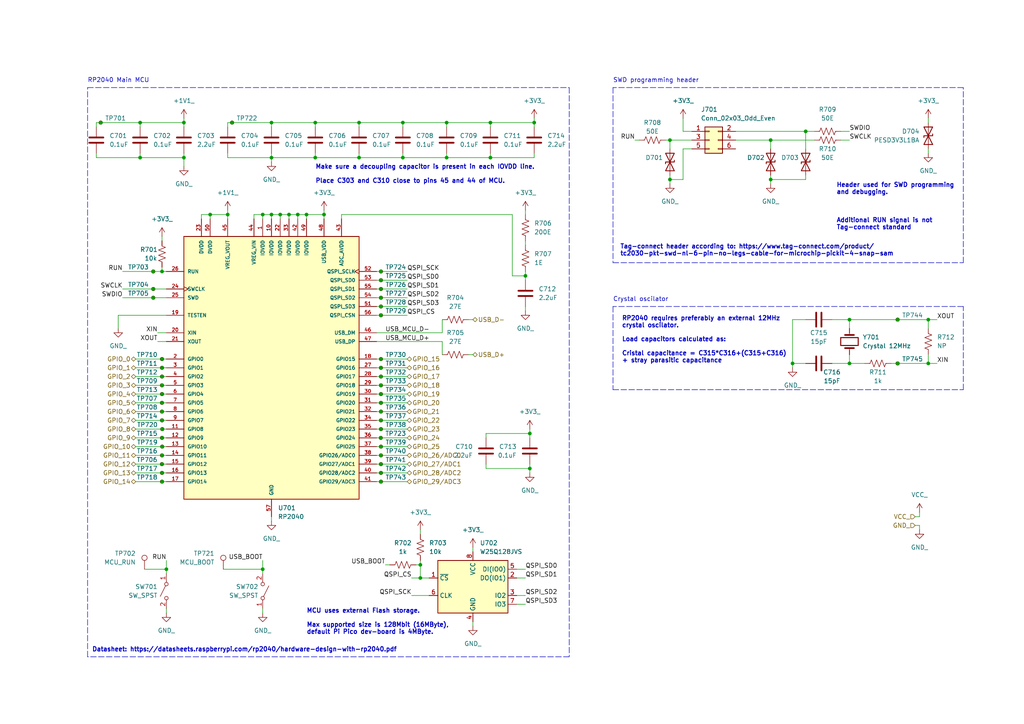
<source format=kicad_sch>
(kicad_sch (version 20250114) (generator "eeschema") (generator_version "9.0")
  (paper "A4")
  (title_block (title "Power delivery Board") (date "2025-06-25") (rev "B") (comment 1 "the developed autonomous robot platform powered by LEGO Technic HUB and Rasberry Pi") (comment 2 "Design implemets a battery management system and power delivert for use with") (comment 3 "Distributed Open-source as: CC BY-SA 4.0"))
  (lib_symbols
    (symbol "Connector:TestPoint" (pin_numbers (hide yes)) (pin_names (offset 0.762) (hide yes))
      (property "Reference" "TP" (at 0 6.858 0))
      (property "Value" "TestPoint" (at 0 5.08 0))
      (symbol "TestPoint_1_1"
        (pin passive line (at 0 0 90) (length 2.54) (name "1") (number "1"))
      )
    )
    (symbol "Connector:TestPoint_Small" (pin_numbers (hide yes)) (pin_names (offset 0.762) (hide yes))
      (property "Reference" "TP" (at 0 3.81 0))
      (property "Value" "TestPoint_Small" (at 0 2.032 0))
      (symbol "TestPoint_Small_1_1"
        (pin passive line (at 0 0 90) (length 0) (name "1") (number "1"))
      )
    )
    (symbol "Connector_Generic:Conn_02x03_Odd_Even" (pin_names (offset 1.016) (hide yes))
      (property "Reference" "J" (at 1.27 5.08 0))
      (property "Value" "Conn_02x03_Odd_Even" (at 1.27 -5.08 0))
      (symbol "Conn_02x03_Odd_Even_1_1"
        (pin passive line (at -5.08 2.54 0) (length 3.81) (name "Pin_1") (number "1"))
        (pin passive line (at -5.08 0 0) (length 3.81) (name "Pin_3") (number "3"))
        (pin passive line (at -5.08 -2.54 0) (length 3.81) (name "Pin_5") (number "5"))
        (pin passive line (at 7.62 2.54 180) (length 3.81) (name "Pin_2") (number "2"))
        (pin passive line (at 7.62 0 180) (length 3.81) (name "Pin_4") (number "4"))
        (pin passive line (at 7.62 -2.54 180) (length 3.81) (name "Pin_6") (number "6"))
      )
    )
    (symbol "Device:C" (pin_numbers (hide yes)) (pin_names (offset 0.254))
      (property "Reference" "C" (at 0.635 2.54 0))
      (property "Value" "C" (at 0.635 -2.54 0))
      (symbol "C_1_1"
        (pin passive line (at 0 3.81 270) (length 2.794) (name "~") (number "1"))
        (pin passive line (at 0 -3.81 90) (length 2.794) (name "~") (number "2"))
      )
    )
    (symbol "Device:Crystal" (pin_numbers (hide yes)) (pin_names (offset 1.016) (hide yes))
      (property "Reference" "Y" (at 0 3.81 0))
      (property "Value" "Crystal" (at 0 -3.81 0))
      (symbol "Crystal_1_1"
        (pin passive line (at -3.81 0 0) (length 1.27) (name "1") (number "1"))
        (pin passive line (at 3.81 0 180) (length 1.27) (name "2") (number "2"))
      )
    )
    (symbol "Device:D_TVS" (pin_numbers (hide yes)) (pin_names (offset 1.016) (hide yes))
      (property "Reference" "D" (at 0 2.54 0))
      (property "Value" "D_TVS" (at 0 -2.54 0))
      (symbol "D_TVS_1_1"
        (pin passive line (at -3.81 0 0) (length 2.54) (name "A1") (number "1"))
        (pin passive line (at 3.81 0 180) (length 2.54) (name "A2") (number "2"))
      )
    )
    (symbol "Device:R_US" (pin_numbers (hide yes)) (pin_names (offset 0))
      (property "Reference" "R" (at 2.54 0 90))
      (property "Value" "R_US" (at -2.54 0 90))
      (symbol "R_US_1_1"
        (pin passive line (at 0 3.81 270) (length 1.27) (name "~") (number "1"))
        (pin passive line (at 0 -3.81 90) (length 1.27) (name "~") (number "2"))
      )
    )
    (symbol "Memory_Flash:W25Q128JVS"
      (property "Reference" "U" (at -8.89 8.89 0))
      (property "Value" "W25Q128JVS" (at 7.62 8.89 0))
      (symbol "W25Q128JVS_1_1"
        (pin input line (at -12.7 2.54 0) (length 2.54) (name "~{CS}") (number "1"))
        (pin input line (at -12.7 -2.54 0) (length 2.54) (name "CLK") (number "6"))
        (pin power_in line (at 0 10.16 270) (length 2.54) (name "VCC") (number "8"))
        (pin power_in line (at 0 -10.16 90) (length 2.54) (name "GND") (number "4"))
        (pin bidirectional line (at 12.7 5.08 180) (length 2.54) (name "DI(IO0)") (number "5"))
        (pin bidirectional line (at 12.7 2.54 180) (length 2.54) (name "DO(IO1)") (number "2"))
        (pin bidirectional line (at 12.7 -2.54 180) (length 2.54) (name "IO2") (number "3"))
        (pin bidirectional line (at 12.7 -5.08 180) (length 2.54) (name "IO3") (number "7"))
      )
    )
    (symbol "RP2040:RP2040" (pin_names (offset 1.016))
      (property "Reference" "U" (at -25.4 50.8 0))
      (property "Value" "RP2040" (at 17.78 -27.94 0))
      (symbol "RP2040_0_0"
        (pin input line (at -30.48 40.64 0) (length 5.08) (name "RUN") (number "26"))
        (pin input clock (at -30.48 35.56 0) (length 5.08) (name "SWCLK") (number "24"))
        (pin bidirectional line (at -30.48 33.02 0) (length 5.08) (name "SWD") (number "25"))
        (pin passive line (at -30.48 27.94 0) (length 5.08) (name "TESTEN") (number "19"))
        (pin input line (at -30.48 22.86 0) (length 5.08) (name "XIN") (number "20"))
        (pin output line (at -30.48 20.32 0) (length 5.08) (name "XOUT") (number "21"))
        (pin bidirectional line (at -30.48 15.24 0) (length 5.08) (name "GPIO0") (number "2"))
        (pin bidirectional line (at -30.48 12.7 0) (length 5.08) (name "GPIO1") (number "3"))
        (pin bidirectional line (at -30.48 10.16 0) (length 5.08) (name "GPIO2") (number "4"))
        (pin bidirectional line (at -30.48 7.62 0) (length 5.08) (name "GPIO3") (number "5"))
        (pin bidirectional line (at -30.48 5.08 0) (length 5.08) (name "GPIO4") (number "6"))
        (pin bidirectional line (at -30.48 2.54 0) (length 5.08) (name "GPIO5") (number "7"))
        (pin bidirectional line (at -30.48 0 0) (length 5.08) (name "GPIO6") (number "8"))
        (pin bidirectional line (at -30.48 -2.54 0) (length 5.08) (name "GPIO7") (number "9"))
        (pin bidirectional line (at -30.48 -5.08 0) (length 5.08) (name "GPIO8") (number "11"))
        (pin bidirectional line (at -30.48 -7.62 0) (length 5.08) (name "GPIO9") (number "12"))
        (pin bidirectional line (at -30.48 -10.16 0) (length 5.08) (name "GPIO10") (number "13"))
        (pin bidirectional line (at -30.48 -12.7 0) (length 5.08) (name "GPIO11") (number "14"))
        (pin bidirectional line (at -30.48 -15.24 0) (length 5.08) (name "GPIO12") (number "15"))
        (pin bidirectional line (at -30.48 -17.78 0) (length 5.08) (name "GPIO13") (number "16"))
        (pin bidirectional line (at -30.48 -20.32 0) (length 5.08) (name "GPIO14") (number "17"))
        (pin power_in line (at -20.32 55.88 270) (length 5.08) (name "DVDD") (number "23"))
        (pin power_in line (at -17.78 55.88 270) (length 5.08) (name "DVDD") (number "50"))
        (pin output line (at -12.7 55.88 270) (length 5.08) (name "VREG_VOUT") (number "45"))
        (pin input line (at -5.08 55.88 270) (length 5.08) (name "VREG_VIN") (number "44"))
        (pin power_in line (at -2.54 55.88 270) (length 5.08) (name "IOVDD") (number "1"))
        (pin power_in line (at 0 55.88 270) (length 5.08) (name "IOVDD") (number "10"))
        (pin power_in line (at 0 -30.48 90) (length 5.08) (name "GND") (number "57"))
        (pin power_in line (at 2.54 55.88 270) (length 5.08) (name "IOVDD") (number "22"))
        (pin power_in line (at 5.08 55.88 270) (length 5.08) (name "IOVDD") (number "33"))
        (pin power_in line (at 7.62 55.88 270) (length 5.08) (name "IOVDD") (number "42"))
        (pin power_in line (at 10.16 55.88 270) (length 5.08) (name "IOVDD") (number "49"))
        (pin power_in line (at 15.24 55.88 270) (length 5.08) (name "USB_VDD") (number "48"))
        (pin power_in line (at 20.32 55.88 270) (length 5.08) (name "ADC_AVDD") (number "43"))
        (pin bidirectional clock (at 30.48 40.64 180) (length 5.08) (name "QSPI_SCLK") (number "52"))
        (pin bidirectional line (at 30.48 38.1 180) (length 5.08) (name "QSPI_SD0") (number "53"))
        (pin bidirectional line (at 30.48 35.56 180) (length 5.08) (name "QSPI_SD1") (number "55"))
        (pin bidirectional line (at 30.48 33.02 180) (length 5.08) (name "QSPI_SD2") (number "54"))
        (pin bidirectional line (at 30.48 30.48 180) (length 5.08) (name "QSPI_SD3") (number "51"))
        (pin bidirectional line (at 30.48 27.94 180) (length 5.08) (name "QSPI_CSN") (number "56"))
        (pin bidirectional line (at 30.48 22.86 180) (length 5.08) (name "USB_DM") (number "46"))
        (pin bidirectional line (at 30.48 20.32 180) (length 5.08) (name "USB_DP") (number "47"))
        (pin bidirectional line (at 30.48 15.24 180) (length 5.08) (name "GPIO15") (number "18"))
        (pin bidirectional line (at 30.48 12.7 180) (length 5.08) (name "GPIO16") (number "27"))
        (pin bidirectional line (at 30.48 10.16 180) (length 5.08) (name "GPIO17") (number "28"))
        (pin bidirectional line (at 30.48 7.62 180) (length 5.08) (name "GPIO18") (number "29"))
        (pin bidirectional line (at 30.48 5.08 180) (length 5.08) (name "GPIO19") (number "30"))
        (pin bidirectional line (at 30.48 2.54 180) (length 5.08) (name "GPIO20") (number "31"))
        (pin bidirectional line (at 30.48 0 180) (length 5.08) (name "GPIO21") (number "32"))
        (pin bidirectional line (at 30.48 -2.54 180) (length 5.08) (name "GPIO22") (number "34"))
        (pin bidirectional line (at 30.48 -5.08 180) (length 5.08) (name "GPIO23") (number "35"))
        (pin bidirectional line (at 30.48 -7.62 180) (length 5.08) (name "GPIO24") (number "36"))
        (pin bidirectional line (at 30.48 -10.16 180) (length 5.08) (name "GPIO25") (number "37"))
        (pin bidirectional line (at 30.48 -12.7 180) (length 5.08) (name "GPIO26/ADC0") (number "38"))
        (pin bidirectional line (at 30.48 -15.24 180) (length 5.08) (name "GPIO27/ADC1") (number "39"))
        (pin bidirectional line (at 30.48 -17.78 180) (length 5.08) (name "GPIO28/ADC2") (number "40"))
        (pin bidirectional line (at 30.48 -20.32 180) (length 5.08) (name "GPIO29/ADC3") (number "41"))
      )
    )
    (symbol "Switch:SW_SPST" (pin_names (offset 0) (hide yes))
      (property "Reference" "SW" (at 0 3.175 0))
      (property "Value" "SW_SPST" (at 0 -2.54 0))
      (symbol "SW_SPST_1_1"
        (pin passive line (at -5.08 0 0) (length 2.54) (name "A") (number "1"))
        (pin passive line (at 5.08 0 180) (length 2.54) (name "B") (number "2"))
      )
    )
    (symbol "power:+1V1" (power) (pin_names (offset 0))
      (property "Value" "+1V1" (at 0 3.556 0))
      (symbol "+1V1_1_1"
        (pin power_in line (at 0 0 90) (length 0) (hide yes) (name "+1V1") (number "1"))
      )
    )
    (symbol "power:+3.3V" (power) (pin_names (offset 0))
      (property "Value" "+3.3V" (at 0 3.556 0))
      (symbol "+3.3V_1_1"
        (pin power_in line (at 0 0 90) (length 0) (hide yes) (name "+3V3") (number "1"))
      )
    )
    (symbol "power:GND" (power) (pin_names (offset 0))
      (property "Value" "GND" (at 0 -3.81 0))
      (symbol "GND_1_1"
        (pin power_in line (at 0 0 270) (length 0) (hide yes) (name "GND") (number "1"))
      )
    )
  )
  (text "Header used for SWD programming\nand debugging.\n\n\n\nAdditional RUN signal is not\nTag-connect standard" (at 242.57 66.802 0) (effects (font (size 1.27 1.27) (bold yes)) (justify left bottom)))
  (text "RP2040 requires preferably an external 12MHz\ncrystal oscilator." (at 180.34 95.25 0) (effects (font (size 1.27 1.27) (bold yes)) (justify left bottom)))
  (text "MCU uses external Flash storage.\n\nMax supported size is 128Mbit (16MByte),\ndefault Pi Pico dev-board is 4MByte." (at 88.9 184.15 0) (effects (font (size 1.27 1.27) (thickness 0.254) (bold yes)) (justify left bottom)))
  (text "Load capacitors calculated as:\n\nCristal capacitance = C315*C316+(C315+C316)\n+ stray parasitic capacitance" (at 180.34 105.41 0) (effects (font (size 1.27 1.27) (bold yes)) (justify left bottom)))
  (text "Tag-connect header according to: https://www.tag-connect.com/product/\ntc2030-pkt-swd-nl-6-pin-no-legs-cable-for-microchip-pickit-4-snap-sam" (at 179.832 74.422 0) (effects (font (size 1.27 1.27) (thickness 0.254) (bold yes)) (justify left bottom)))
  (text "Datasheet: https://datasheets.raspberrypi.com/rp2040/hardware-design-with-rp2040.pdf" (at 26.67 189.23 0) (effects (font (size 1.27 1.27) (bold yes)) (justify left bottom)))
  (text "SWD programming header" (at 177.8 24.13 0) (effects (font (size 1.27 1.27)) (justify left bottom)))
  (text "RP2040 Main MCU" (at 25.4 24.13 0) (effects (font (size 1.27 1.27)) (justify left bottom)))
  (text "Make sure a decoupling capacitor is present in each IOVDD line.\n\nPlace C303 and C310 close to pins 45 and 44 of MCU." (at 91.44 53.34 0) (effects (font (size 1.27 1.27) (bold yes)) (justify left bottom)))
  (text "Crystal oscilator" (at 177.8 87.63 0) (effects (font (size 1.27 1.27)) (justify left bottom)))
  (junction (at 76.2 62.23))
  (junction (at 142.24 35.56))
  (junction (at 269.24 92.71))
  (junction (at 110.49 91.44))
  (junction (at 46.9748 119.38))
  (junction (at 110.49 83.82))
  (junction (at 121.92 163.83))
  (junction (at 110.4471 127))
  (junction (at 53.34 45.72))
  (junction (at 223.52 40.64))
  (junction (at 78.74 35.56))
  (junction (at 246.38 92.71))
  (junction (at 66.04 62.23))
  (junction (at 129.54 45.72))
  (junction (at 67.31 35.56))
  (junction (at 269.24 105.41))
  (junction (at 223.52 52.07))
  (junction (at 93.98 62.23))
  (junction (at 46.9748 116.84))
  (junction (at 81.28 62.23))
  (junction (at 152.4 80.01))
  (junction (at 110.49 129.54))
  (junction (at 83.82 62.23))
  (junction (at 91.44 35.56))
  (junction (at 110.49 111.76))
  (junction (at 116.84 45.72))
  (junction (at 40.64 35.56))
  (junction (at 47.0627 124.46))
  (junction (at 46.9654 134.62))
  (junction (at 260.35 92.71))
  (junction (at 46.99 78.74))
  (junction (at 53.34 35.56))
  (junction (at 153.67 125.73))
  (junction (at 110.49 139.7))
  (junction (at 154.94 35.56))
  (junction (at 129.54 35.56))
  (junction (at 153.67 135.89))
  (junction (at 48.26 165.1))
  (junction (at 91.44 45.72))
  (junction (at 110.49 86.36))
  (junction (at 46.9755 111.76))
  (junction (at 44.45 78.74))
  (junction (at 233.68 38.1))
  (junction (at 86.36 62.23))
  (junction (at 46.99 127))
  (junction (at 44.45 83.82))
  (junction (at 78.74 45.72))
  (junction (at 110.49 109.22))
  (junction (at 110.49 104.14))
  (junction (at 110.49 114.3))
  (junction (at 121.92 167.64))
  (junction (at 110.49 124.46))
  (junction (at 194.31 52.07))
  (junction (at 46.99 106.68))
  (junction (at 110.49 88.9))
  (junction (at 46.99 114.3))
  (junction (at 110.49 132.08))
  (junction (at 88.9 62.23))
  (junction (at 110.49 106.68))
  (junction (at 194.31 40.64))
  (junction (at 46.99 132.08))
  (junction (at 40.64 45.72))
  (junction (at 110.49 78.74))
  (junction (at 44.45 86.36))
  (junction (at 110.49 116.84))
  (junction (at 104.14 45.72))
  (junction (at 260.35 105.41))
  (junction (at 110.49 134.62))
  (junction (at 110.49 81.28))
  (junction (at 110.49 137.16))
  (junction (at 246.38 105.41))
  (junction (at 229.87 105.41))
  (junction (at 47.0433 129.54))
  (junction (at 29.21 35.56))
  (junction (at 46.99 121.92))
  (junction (at 76.2 165.1))
  (junction (at 110.49 119.38))
  (junction (at 104.14 35.56))
  (junction (at 60.96 62.23))
  (junction (at 142.24 45.72))
  (junction (at 46.99 137.16))
  (junction (at 46.99 139.7))
  (junction (at 46.99 104.14))
  (junction (at 116.84 35.56))
  (junction (at 46.99 109.22))
  (junction (at 78.74 62.23))
  (junction (at 110.49 121.92))
  (wire (pts (xy 46.99 106.68) (xy 48.26 106.68)))
  (wire (pts (xy 121.92 162.56) (xy 121.92 163.83)))
  (wire (pts (xy 269.24 105.41) (xy 271.78 105.41)))
  (wire (pts (xy 269.24 34.29) (xy 269.24 35.56)))
  (wire (pts (xy 76.2 162.56) (xy 76.2 165.1)))
  (wire (pts (xy 229.87 105.41) (xy 233.68 105.41)))
  (wire (pts (xy 243.84 40.64) (xy 246.38 40.64)))
  (wire (pts (xy 48.26 165.1) (xy 48.26 166.37)))
  (wire (pts (xy 241.3 92.71) (xy 246.38 92.71)))
  (wire (pts (xy 198.12 43.18) (xy 198.12 52.07)))
  (wire (pts (xy 229.87 92.71) (xy 233.68 92.71)))
  (wire (pts (xy 110.49 129.54) (xy 118.11 129.54)))
  (wire (pts (xy 121.92 167.64) (xy 124.46 167.64)))
  (wire (pts (xy 104.14 35.56) (xy 91.44 35.56)))
  (wire (pts (xy 66.04 60.96) (xy 66.04 62.23)))
  (wire (pts (xy 152.4 88.9) (xy 152.4 90.17)))
  (wire (pts (xy 78.74 62.23) (xy 81.28 62.23)))
  (wire (pts (xy 129.54 35.56) (xy 116.84 35.56)))
  (wire (pts (xy 110.49 91.44) (xy 118.11 91.44)))
  (wire (pts (xy 121.92 163.83) (xy 121.92 167.64)))
  (wire (pts (xy 233.68 50.8) (xy 233.68 52.07)))
  (wire (pts (xy 109.22 83.82) (xy 110.49 83.82)))
  (wire (pts (xy 109.22 121.92) (xy 110.49 121.92)))
  (wire (pts (xy 83.82 62.23) (xy 83.82 63.5)))
  (wire (pts (xy 116.84 45.72) (xy 104.14 45.72)))
  (wire (pts (xy 140.97 134.62) (xy 140.97 135.89)))
  (wire (pts (xy 46.99 132.08) (xy 48.26 132.08)))
  (wire (pts (xy 46.99 109.22) (xy 48.26 109.22)))
  (wire (pts (xy 39.37 139.7) (xy 46.99 139.7)))
  (wire (pts (xy 213.36 38.1) (xy 233.68 38.1)))
  (polyline (pts (xy 165.1 190.5) (xy 25.4 190.5)) (stroke (width 0) (type dash)))
  (wire (pts (xy 39.37 124.46) (xy 47.0627 124.46)))
  (wire (pts (xy 99.06 62.23) (xy 148.59 62.23)))
  (wire (pts (xy 223.52 40.64) (xy 223.52 43.18)))
  (wire (pts (xy 66.04 45.72) (xy 66.04 44.45)))
  (wire (pts (xy 110.4471 127) (xy 118.11 127)))
  (wire (pts (xy 110.49 78.74) (xy 118.11 78.74)))
  (wire (pts (xy 39.37 129.54) (xy 47.0433 129.54)))
  (polyline (pts (xy 177.8 25.4) (xy 177.8 76.2)) (stroke (width 0) (type dash)))
  (wire (pts (xy 110.49 109.22) (xy 118.11 109.22)))
  (wire (pts (xy 53.34 45.72) (xy 40.64 45.72)))
  (wire (pts (xy 213.36 40.64) (xy 223.52 40.64)))
  (wire (pts (xy 258.445 105.41) (xy 260.35 105.41)))
  (wire (pts (xy 110.49 104.14) (xy 118.11 104.14)))
  (polyline (pts (xy 279.4 76.2) (xy 279.4 25.4)) (stroke (width 0) (type dash)))
  (wire (pts (xy 110.49 111.76) (xy 118.11 111.76)))
  (wire (pts (xy 39.37 121.92) (xy 46.99 121.92)))
  (wire (pts (xy 154.94 44.45) (xy 154.94 45.72)))
  (wire (pts (xy 35.56 83.82) (xy 44.45 83.82)))
  (wire (pts (xy 109.22 139.7) (xy 110.49 139.7)))
  (wire (pts (xy 109.22 129.54) (xy 110.49 129.54)))
  (wire (pts (xy 184.15 40.64) (xy 185.42 40.64)))
  (polyline (pts (xy 177.8 76.2) (xy 279.4 76.2)) (stroke (width 0) (type dash)))
  (wire (pts (xy 78.74 44.45) (xy 78.74 45.72)))
  (wire (pts (xy 27.94 44.45) (xy 27.94 45.72)))
  (wire (pts (xy 137.16 158.75) (xy 137.16 160.02)))
  (wire (pts (xy 109.22 127) (xy 110.4471 127)))
  (wire (pts (xy 153.67 124.46) (xy 153.67 125.73)))
  (wire (pts (xy 269.24 102.87) (xy 269.24 105.41)))
  (wire (pts (xy 109.22 88.9) (xy 110.49 88.9)))
  (wire (pts (xy 229.87 105.41) (xy 229.87 106.68)))
  (wire (pts (xy 45.72 96.52) (xy 48.26 96.52)))
  (wire (pts (xy 47.0433 129.54) (xy 48.26 129.54)))
  (wire (pts (xy 129.54 35.56) (xy 129.54 36.83)))
  (wire (pts (xy 46.9748 116.84) (xy 48.26 116.84)))
  (wire (pts (xy 78.74 149.86) (xy 78.74 151.13)))
  (wire (pts (xy 266.7 149.86) (xy 265.43 149.86)))
  (wire (pts (xy 116.84 35.56) (xy 116.84 36.83)))
  (wire (pts (xy 152.4 78.74) (xy 152.4 80.01)))
  (wire (pts (xy 40.64 35.56) (xy 53.34 35.56)))
  (wire (pts (xy 198.12 52.07) (xy 194.31 52.07)))
  (wire (pts (xy 39.37 111.76) (xy 46.9755 111.76)))
  (wire (pts (xy 129.54 45.72) (xy 116.84 45.72)))
  (wire (pts (xy 78.74 45.72) (xy 78.74 46.99)))
  (wire (pts (xy 48.26 165.1) (xy 41.91 165.1)))
  (wire (pts (xy 53.34 44.45) (xy 53.34 45.72)))
  (wire (pts (xy 246.38 92.71) (xy 246.38 95.25)))
  (wire (pts (xy 46.99 68.58) (xy 46.99 69.85)))
  (wire (pts (xy 73.66 62.23) (xy 73.66 63.5)))
  (wire (pts (xy 29.21 35.56) (xy 40.64 35.56)))
  (wire (pts (xy 142.24 44.45) (xy 142.24 45.72)))
  (wire (pts (xy 88.9 62.23) (xy 93.98 62.23)))
  (wire (pts (xy 128.27 99.06) (xy 128.27 102.87)))
  (wire (pts (xy 67.31 35.56) (xy 66.04 35.56)))
  (wire (pts (xy 76.2 62.23) (xy 78.74 62.23)))
  (wire (pts (xy 99.06 63.5) (xy 99.06 62.23)))
  (wire (pts (xy 109.22 106.68) (xy 110.49 106.68)))
  (wire (pts (xy 39.37 134.62) (xy 46.9654 134.62)))
  (wire (pts (xy 44.45 78.74) (xy 46.99 78.74)))
  (wire (pts (xy 109.22 124.46) (xy 110.49 124.46)))
  (wire (pts (xy 34.29 91.44) (xy 34.29 95.25)))
  (wire (pts (xy 154.94 35.56) (xy 154.94 36.83)))
  (wire (pts (xy 91.44 35.56) (xy 78.74 35.56)))
  (wire (pts (xy 266.7 153.67) (xy 266.7 152.4)))
  (wire (pts (xy 91.44 35.56) (xy 91.44 36.83)))
  (wire (pts (xy 91.44 44.45) (xy 91.44 45.72)))
  (wire (pts (xy 39.37 116.84) (xy 46.9748 116.84)))
  (wire (pts (xy 110.49 106.68) (xy 118.11 106.68)))
  (wire (pts (xy 109.22 116.84) (xy 110.49 116.84)))
  (wire (pts (xy 194.31 40.64) (xy 194.31 43.18)))
  (polyline (pts (xy 279.4 88.9) (xy 177.8 88.9)) (stroke (width 0) (type dash)))
  (wire (pts (xy 76.2 176.53) (xy 76.2 177.8)))
  (wire (pts (xy 223.52 40.64) (xy 236.22 40.64)))
  (wire (pts (xy 153.67 134.62) (xy 153.67 135.89)))
  (wire (pts (xy 78.74 35.56) (xy 67.31 35.56)))
  (polyline (pts (xy 279.4 25.4) (xy 177.8 25.4)) (stroke (width 0) (type dash)))
  (wire (pts (xy 246.38 105.41) (xy 250.825 105.41)))
  (wire (pts (xy 194.31 53.34) (xy 194.31 52.07)))
  (wire (pts (xy 81.28 62.23) (xy 83.82 62.23)))
  (wire (pts (xy 110.49 116.84) (xy 118.11 116.84)))
  (wire (pts (xy 46.9748 119.38) (xy 48.26 119.38)))
  (wire (pts (xy 129.54 45.72) (xy 142.24 45.72)))
  (wire (pts (xy 88.9 62.23) (xy 88.9 63.5)))
  (wire (pts (xy 46.99 104.14) (xy 48.26 104.14)))
  (wire (pts (xy 104.14 45.72) (xy 91.44 45.72)))
  (wire (pts (xy 152.4 69.85) (xy 152.4 71.12)))
  (polyline (pts (xy 165.1 25.4) (xy 165.1 190.5)) (stroke (width 0) (type dash)))
  (wire (pts (xy 110.49 139.7) (xy 118.11 139.7)))
  (wire (pts (xy 46.99 137.16) (xy 48.26 137.16)))
  (wire (pts (xy 109.22 81.28) (xy 110.49 81.28)))
  (wire (pts (xy 109.22 99.06) (xy 128.27 99.06)))
  (wire (pts (xy 78.74 45.72) (xy 66.04 45.72)))
  (wire (pts (xy 110.49 124.46) (xy 118.11 124.46)))
  (wire (pts (xy 153.67 135.89) (xy 153.67 137.16)))
  (wire (pts (xy 119.38 167.64) (xy 121.92 167.64)))
  (wire (pts (xy 148.59 80.01) (xy 152.4 80.01)))
  (wire (pts (xy 39.37 104.14) (xy 46.99 104.14)))
  (wire (pts (xy 58.42 63.5) (xy 58.42 62.23)))
  (wire (pts (xy 39.37 132.08) (xy 46.99 132.08)))
  (wire (pts (xy 39.37 106.68) (xy 46.99 106.68)))
  (wire (pts (xy 60.96 62.23) (xy 60.96 63.5)))
  (wire (pts (xy 152.4 80.01) (xy 152.4 81.28)))
  (wire (pts (xy 40.64 44.45) (xy 40.64 45.72)))
  (wire (pts (xy 53.34 45.72) (xy 53.34 48.26)))
  (wire (pts (xy 46.9755 111.76) (xy 48.26 111.76)))
  (wire (pts (xy 104.14 44.45) (xy 104.14 45.72)))
  (wire (pts (xy 110.49 83.82) (xy 118.11 83.82)))
  (wire (pts (xy 73.66 62.23) (xy 76.2 62.23)))
  (wire (pts (xy 81.28 62.23) (xy 81.28 63.5)))
  (wire (pts (xy 39.37 127) (xy 46.99 127)))
  (wire (pts (xy 109.22 109.22) (xy 110.49 109.22)))
  (wire (pts (xy 109.22 114.3) (xy 110.49 114.3)))
  (wire (pts (xy 223.52 50.8) (xy 223.52 52.07)))
  (wire (pts (xy 111.76 163.83) (xy 113.03 163.83)))
  (wire (pts (xy 137.16 180.34) (xy 137.16 181.61)))
  (wire (pts (xy 246.38 102.87) (xy 246.38 105.41)))
  (wire (pts (xy 233.68 38.1) (xy 233.68 43.18)))
  (wire (pts (xy 142.24 35.56) (xy 154.94 35.56)))
  (wire (pts (xy 35.56 78.74) (xy 44.45 78.74)))
  (wire (pts (xy 109.22 132.08) (xy 110.49 132.08)))
  (wire (pts (xy 78.74 35.56) (xy 78.74 36.83)))
  (wire (pts (xy 149.86 165.1) (xy 152.4 165.1)))
  (wire (pts (xy 93.98 60.96) (xy 93.98 62.23)))
  (wire (pts (xy 142.24 45.72) (xy 154.94 45.72)))
  (wire (pts (xy 46.99 127) (xy 48.26 127)))
  (wire (pts (xy 110.49 81.28) (xy 118.11 81.28)))
  (polyline (pts (xy 25.4 190.5) (xy 25.4 25.4)) (stroke (width 0) (type dash)))
  (wire (pts (xy 78.74 62.23) (xy 78.74 63.5)))
  (wire (pts (xy 109.22 104.14) (xy 110.49 104.14)))
  (wire (pts (xy 194.31 50.8) (xy 194.31 52.07)))
  (wire (pts (xy 110.49 86.36) (xy 118.11 86.36)))
  (wire (pts (xy 45.72 99.06) (xy 48.26 99.06)))
  (wire (pts (xy 116.84 35.56) (xy 104.14 35.56)))
  (wire (pts (xy 47.0627 124.46) (xy 48.26 124.46)))
  (wire (pts (xy 109.22 78.74) (xy 110.49 78.74)))
  (wire (pts (xy 260.35 105.41) (xy 269.24 105.41)))
  (wire (pts (xy 48.26 162.56) (xy 48.26 165.1)))
  (wire (pts (xy 110.49 132.08) (xy 118.11 132.08)))
  (wire (pts (xy 93.98 62.23) (xy 93.98 63.5)))
  (wire (pts (xy 66.04 35.56) (xy 66.04 36.83)))
  (wire (pts (xy 154.94 34.29) (xy 154.94 35.56)))
  (wire (pts (xy 269.24 92.71) (xy 271.78 92.71)))
  (wire (pts (xy 104.14 35.56) (xy 104.14 36.83)))
  (wire (pts (xy 35.56 86.36) (xy 44.45 86.36)))
  (wire (pts (xy 39.37 119.38) (xy 46.9748 119.38)))
  (wire (pts (xy 266.7 148.59) (xy 266.7 149.86)))
  (wire (pts (xy 76.2 62.23) (xy 76.2 63.5)))
  (wire (pts (xy 198.12 43.18) (xy 200.66 43.18)))
  (wire (pts (xy 46.99 78.74) (xy 46.99 77.47)))
  (wire (pts (xy 109.22 86.36) (xy 110.49 86.36)))
  (wire (pts (xy 83.82 62.23) (xy 86.36 62.23)))
  (wire (pts (xy 142.24 35.56) (xy 129.54 35.56)))
  (wire (pts (xy 46.9654 134.62) (xy 48.26 134.62)))
  (wire (pts (xy 44.45 86.36) (xy 48.26 86.36)))
  (wire (pts (xy 229.87 92.71) (xy 229.87 105.41)))
  (wire (pts (xy 110.49 88.9) (xy 118.11 88.9)))
  (wire (pts (xy 109.22 96.52) (xy 128.27 96.52)))
  (wire (pts (xy 246.38 92.71) (xy 260.35 92.71)))
  (wire (pts (xy 198.12 34.29) (xy 198.12 38.1)))
  (wire (pts (xy 86.36 62.23) (xy 88.9 62.23)))
  (wire (pts (xy 135.89 92.71) (xy 137.16 92.71)))
  (wire (pts (xy 46.99 139.7) (xy 48.26 139.7)))
  (wire (pts (xy 76.2 165.1) (xy 64.77 165.1)))
  (wire (pts (xy 246.38 105.41) (xy 241.3 105.41)))
  (wire (pts (xy 44.45 83.82) (xy 48.26 83.82)))
  (wire (pts (xy 223.52 53.34) (xy 223.52 52.07)))
  (wire (pts (xy 260.35 92.71) (xy 269.24 92.71)))
  (wire (pts (xy 58.42 62.23) (xy 60.96 62.23)))
  (wire (pts (xy 149.86 172.72) (xy 152.4 172.72)))
  (polyline (pts (xy 279.4 113.03) (xy 279.4 88.9)) (stroke (width 0) (type dash)))
  (wire (pts (xy 152.4 60.96) (xy 152.4 62.23)))
  (wire (pts (xy 135.89 102.87) (xy 137.16 102.87)))
  (wire (pts (xy 269.24 43.18) (xy 269.24 44.45)))
  (wire (pts (xy 119.38 172.72) (xy 124.46 172.72)))
  (wire (pts (xy 46.99 121.92) (xy 48.26 121.92)))
  (wire (pts (xy 39.37 137.16) (xy 46.99 137.16)))
  (wire (pts (xy 140.97 125.73) (xy 140.97 127)))
  (wire (pts (xy 39.37 114.3) (xy 46.99 114.3)))
  (wire (pts (xy 194.31 40.64) (xy 200.66 40.64)))
  (wire (pts (xy 121.92 153.67) (xy 121.92 154.94)))
  (wire (pts (xy 109.22 119.38) (xy 110.49 119.38)))
  (wire (pts (xy 86.36 62.23) (xy 86.36 63.5)))
  (wire (pts (xy 27.94 36.83) (xy 27.94 35.56)))
  (wire (pts (xy 110.49 119.38) (xy 118.11 119.38)))
  (wire (pts (xy 109.22 111.76) (xy 110.49 111.76)))
  (wire (pts (xy 46.99 78.74) (xy 48.26 78.74)))
  (wire (pts (xy 153.67 125.73) (xy 153.67 127)))
  (wire (pts (xy 48.26 176.53) (xy 48.26 177.8)))
  (wire (pts (xy 110.49 114.3) (xy 118.11 114.3)))
  (wire (pts (xy 53.34 34.29) (xy 53.34 35.56)))
  (wire (pts (xy 129.54 44.45) (xy 129.54 45.72)))
  (wire (pts (xy 109.22 137.16) (xy 110.49 137.16)))
  (wire (pts (xy 109.22 91.44) (xy 110.49 91.44)))
  (wire (pts (xy 266.7 152.4) (xy 265.43 152.4)))
  (wire (pts (xy 34.29 91.44) (xy 48.26 91.44)))
  (wire (pts (xy 269.24 92.71) (xy 269.24 95.25)))
  (wire (pts (xy 120.65 163.83) (xy 121.92 163.83)))
  (wire (pts (xy 27.94 35.56) (xy 29.21 35.56)))
  (wire (pts (xy 149.86 175.26) (xy 152.4 175.26)))
  (wire (pts (xy 116.84 44.45) (xy 116.84 45.72)))
  (wire (pts (xy 40.64 45.72) (xy 27.94 45.72)))
  (wire (pts (xy 233.68 38.1) (xy 236.22 38.1)))
  (wire (pts (xy 46.99 114.3) (xy 48.26 114.3)))
  (polyline (pts (xy 177.8 88.9) (xy 177.8 113.03)) (stroke (width 0) (type dash)))
  (wire (pts (xy 243.84 38.1) (xy 246.38 38.1)))
  (wire (pts (xy 40.64 35.56) (xy 40.64 36.83)))
  (wire (pts (xy 193.04 40.64) (xy 194.31 40.64)))
  (wire (pts (xy 109.22 134.62) (xy 110.49 134.62)))
  (wire (pts (xy 148.59 62.23) (xy 148.59 80.01)))
  (wire (pts (xy 110.49 137.16) (xy 118.11 137.16)))
  (wire (pts (xy 39.37 109.22) (xy 46.99 109.22)))
  (wire (pts (xy 66.04 62.23) (xy 66.04 63.5)))
  (wire (pts (xy 66.04 62.23) (xy 60.96 62.23)))
  (wire (pts (xy 91.44 45.72) (xy 78.74 45.72)))
  (wire (pts (xy 198.12 38.1) (xy 200.66 38.1)))
  (wire (pts (xy 153.67 135.89) (xy 140.97 135.89)))
  (polyline (pts (xy 177.8 113.03) (xy 279.4 113.03)) (stroke (width 0) (type dash)))
  (wire (pts (xy 76.2 165.1) (xy 76.2 166.37)))
  (polyline (pts (xy 25.4 25.4) (xy 165.1 25.4)) (stroke (width 0) (type dash)))
  (wire (pts (xy 223.52 52.07) (xy 233.68 52.07)))
  (wire (pts (xy 53.34 36.83) (xy 53.34 35.56)))
  (wire (pts (xy 110.49 121.92) (xy 118.11 121.92)))
  (wire (pts (xy 128.27 92.71) (xy 128.27 96.52)))
  (wire (pts (xy 142.24 35.56) (xy 142.24 36.83)))
  (wire (pts (xy 149.86 167.64) (xy 152.4 167.64)))
  (wire (pts (xy 110.49 134.62) (xy 118.11 134.62)))
  (wire (pts (xy 153.67 125.73) (xy 140.97 125.73)))
  (label "SWDIO" (at 35.56 86.36 180))
  (label "QSPI_SD3" (at 118.11 88.9 0))
  (label "RUN" (at 35.56 78.74 180))
  (label "QSPI_SD0" (at 152.4 165.1 0))
  (label "SWCLK" (at 35.56 83.82 180))
  (label "USB_BOOT" (at 76.2 162.56 180))
  (label "SWDIO" (at 246.38 38.1 0))
  (label "RUN" (at 184.15 40.64 180))
  (label "RUN" (at 48.26 162.56 180))
  (label "QSPI_SD2" (at 118.11 86.36 0))
  (label "QSPI_SD1" (at 118.11 83.82 0))
  (label "USB_BOOT" (at 111.76 163.83 180))
  (label "QSPI_SD2" (at 152.4 172.72 0))
  (label "XOUT" (at 45.72 99.06 180))
  (label "XOUT" (at 271.78 92.71 0))
  (label "QSPI_CS" (at 119.38 167.64 180))
  (label "USB_MCU_D+" (at 111.76 99.06 0))
  (label "QSPI_SCK" (at 118.11 78.74 0))
  (label "XIN" (at 45.72 96.52 180))
  (label "QSPI_SD0" (at 118.11 81.28 0))
  (label "SWCLK" (at 246.38 40.64 0))
  (label "QSPI_SD1" (at 152.4 167.64 0))
  (label "QSPI_CS" (at 118.11 91.44 0))
  (label "QSPI_SD3" (at 152.4 175.26 0))
  (label "USB_MCU_D-" (at 111.76 96.52 0))
  (label "XIN" (at 271.78 105.41 0))
  (label "QSPI_SCK" (at 119.38 172.72 180))
  (hierarchical_label "GPIO_17" (shape bidirectional) (at 118.11 109.22 0))
  (hierarchical_label "USB_D-" (shape bidirectional) (at 137.16 92.71 0))
  (hierarchical_label "GPIO_29{slash}ADC3" (shape bidirectional) (at 118.11 139.7 0))
  (hierarchical_label "GPIO_24" (shape bidirectional) (at 118.11 127 0))
  (hierarchical_label "GPIO_20" (shape bidirectional) (at 118.11 116.84 0))
  (hierarchical_label "GPIO_9" (shape bidirectional) (at 39.37 127 180))
  (hierarchical_label "GPIO_16" (shape bidirectional) (at 118.11 106.68 0))
  (hierarchical_label "GPIO_13" (shape bidirectional) (at 39.37 137.16 180))
  (hierarchical_label "GPIO_6" (shape bidirectional) (at 39.37 119.38 180))
  (hierarchical_label "USB_D+" (shape bidirectional) (at 137.16 102.87 0))
  (hierarchical_label "GPIO_26{slash}ADC0" (shape bidirectional) (at 118.11 132.08 0))
  (hierarchical_label "GPIO_12" (shape bidirectional) (at 39.37 134.62 180))
  (hierarchical_label "GPIO_15" (shape bidirectional) (at 118.11 104.14 0))
  (hierarchical_label "GPIO_28{slash}ADC2" (shape bidirectional) (at 118.11 137.16 0))
  (hierarchical_label "GPIO_2" (shape bidirectional) (at 39.37 109.22 180))
  (hierarchical_label "GPIO_1" (shape bidirectional) (at 39.37 106.68 180))
  (hierarchical_label "GPIO_21" (shape bidirectional) (at 118.11 119.38 0))
  (hierarchical_label "GPIO_10" (shape bidirectional) (at 39.37 129.54 180))
  (hierarchical_label "GPIO_22" (shape bidirectional) (at 118.11 121.92 0))
  (hierarchical_label "GND_${SHEETNAME}" (shape input) (at 265.43 152.4 180))
  (hierarchical_label "GPIO_0" (shape bidirectional) (at 39.37 104.14 180))
  (hierarchical_label "VCC_${SHEETNAME}" (shape input) (at 265.43 149.86 180))
  (hierarchical_label "GPIO_7" (shape bidirectional) (at 39.37 121.92 180))
  (hierarchical_label "GPIO_3" (shape bidirectional) (at 39.37 111.76 180))
  (hierarchical_label "GPIO_25" (shape bidirectional) (at 118.11 129.54 0))
  (hierarchical_label "GPIO_14" (shape bidirectional) (at 39.37 139.7 180))
  (hierarchical_label "GPIO_18" (shape bidirectional) (at 118.11 111.76 0))
  (hierarchical_label "GPIO_23" (shape bidirectional) (at 118.11 124.46 0))
  (hierarchical_label "GPIO_27{slash}ADC1" (shape bidirectional) (at 118.11 134.62 0))
  (hierarchical_label "GPIO_4" (shape bidirectional) (at 39.37 114.3 180))
  (hierarchical_label "GPIO_19" (shape bidirectional) (at 118.11 114.3 0))
  (hierarchical_label "GPIO_5" (shape bidirectional) (at 39.37 116.84 180))
  (hierarchical_label "GPIO_8" (shape bidirectional) (at 39.37 124.46 180))
  (hierarchical_label "GPIO_11" (shape bidirectional) (at 39.37 132.08 180))
  (symbol (lib_id "Connector:TestPoint_Small") (at 260.35 92.71 0) (mirror y) (unit 1)
    (property "Reference" "TP744" (at 261.62 91.4399 0) (effects (justify right)))
    (property "Value" "TestPoint_Small" (effects (hide yes)))
    (property "Footprint" "TestPoint:TestPoint_Pad_D1.0mm" (effects (hide yes)))
    (property "Description" "test point" (effects (hide yes)))
  )
  (symbol (lib_id "Connector:TestPoint_Small") (at 44.45 78.74 0) (unit 1)
    (property "Reference" "TP703" (at 43.18 77.4699 0) (effects (justify right)))
    (property "Value" "TestPoint_Small" (effects (hide yes)))
    (property "Footprint" "TestPoint:TestPoint_Pad_D1.0mm" (effects (hide yes)))
    (property "Description" "test point" (effects (hide yes)))
  )
  (symbol (lib_id "Switch:SW_SPST") (at 76.2 171.45 270) (mirror x) (unit 1)
    (property "Reference" "SW702" (at 74.93 170.1799 90) (effects (justify right)))
    (property "Value" "SW_SPST" (at 74.93 172.7199 90) (effects (justify right)))
    (property "Footprint" "Button_Switch_SMD:SW_SPST_TL3342" (effects (hide yes)))
  )
  (symbol (lib_id "Connector:TestPoint_Small") (at 46.9748 116.84 0) (unit 1)
    (property "Reference" "TP707" (at 45.7048 115.5699 0) (effects (justify right)))
    (property "Value" "TestPoint_Small" (effects (hide yes)))
    (property "Footprint" "TestPoint:TestPoint_Pad_D1.0mm" (effects (hide yes)))
    (property "Description" "test point" (effects (hide yes)))
  )
  (symbol (lib_id "Device:R_US") (at 152.4 74.93 0) (unit 1)
    (property "Reference" "R707" (at 154.94 73.6599 0) (effects (justify left)))
    (property "Value" "1E" (at 154.94 76.1999 0) (effects (justify left)))
    (property "Footprint" "Resistor_SMD:R_0402_1005Metric_Pad0.72x0.64mm_HandSolder" (effects (hide yes)))
  )
  (symbol (lib_id "Connector:TestPoint_Small") (at 110.49 124.46 0) (mirror y) (unit 1)
    (property "Reference" "TP738" (at 111.76 123.1899 0) (effects (justify right)))
    (property "Value" "TestPoint_Small" (effects (hide yes)))
    (property "Footprint" "TestPoint:TestPoint_Pad_D1.0mm" (effects (hide yes)))
    (property "Description" "test point" (effects (hide yes)))
  )
  (symbol (lib_id "Device:R_US") (at 254.635 105.41 90) (unit 1)
    (property "Reference" "R711" (at 254.635 107.95 90))
    (property "Value" "1k" (at 254.635 110.49 90))
    (property "Footprint" "Resistor_SMD:R_0402_1005Metric_Pad0.72x0.64mm_HandSolder" (effects (hide yes)))
  )
  (symbol (lib_id "power:+3.3V") (at 121.92 153.67 0) (unit 1)
    (property "Reference" "#PWR0711" (effects (hide yes)))
    (property "Value" "+3V3_${SHEETNAME}" (at 121.92 148.59 0))
  )
  (symbol (lib_id "Device:C") (at 116.84 40.64 0) (mirror y) (unit 1)
    (property "Reference" "C708" (at 120.65 39.3699 0) (effects (justify right)))
    (property "Value" "0.1uF" (at 120.65 41.9099 0) (effects (justify right)))
    (property "Footprint" "Capacitor_SMD:C_0402_1005Metric_Pad0.74x0.62mm_HandSolder" (effects (hide yes)))
  )
  (symbol (lib_id "Connector:TestPoint_Small") (at 46.9748 119.38 0) (unit 1)
    (property "Reference" "TP708" (at 45.7048 118.1099 0) (effects (justify right)))
    (property "Value" "TestPoint_Small" (effects (hide yes)))
    (property "Footprint" "TestPoint:TestPoint_Pad_D1.0mm" (effects (hide yes)))
    (property "Description" "test point" (effects (hide yes)))
  )
  (symbol (lib_id "power:GND") (at 76.2 177.8 0) (unit 1)
    (property "Reference" "#PWR0707" (effects (hide yes)))
    (property "Value" "GND_${SHEETNAME}" (at 76.2 182.88 0))
  )
  (symbol (lib_id "power:+3.3V") (at 93.98 60.96 0) (unit 1)
    (property "Reference" "#PWR0710" (effects (hide yes)))
    (property "Value" "+3V3_${SHEETNAME}" (at 93.98 55.88 0))
  )
  (symbol (lib_id "Device:R_US") (at 121.92 158.75 0) (unit 1)
    (property "Reference" "R703" (at 124.46 157.4799 0) (effects (justify left)))
    (property "Value" "10k" (at 124.46 160.0199 0) (effects (justify left)))
    (property "Footprint" "Resistor_SMD:R_0402_1005Metric_Pad0.72x0.64mm_HandSolder" (effects (hide yes)))
  )
  (symbol (lib_id "Device:C") (at 91.44 40.64 0) (mirror y) (unit 1)
    (property "Reference" "C706" (at 95.25 39.3699 0) (effects (justify right)))
    (property "Value" "0.1uF" (at 95.25 41.9099 0) (effects (justify right)))
    (property "Footprint" "Capacitor_SMD:C_0402_1005Metric_Pad0.74x0.62mm_HandSolder" (effects (hide yes)))
  )
  (symbol (lib_id "Connector:TestPoint_Small") (at 110.49 137.16 0) (mirror y) (unit 1)
    (property "Reference" "TP742" (at 111.76 135.8899 0) (effects (justify right)))
    (property "Value" "TestPoint_Small" (effects (hide yes)))
    (property "Footprint" "TestPoint:TestPoint_Pad_D1.0mm" (effects (hide yes)))
    (property "Description" "test point" (effects (hide yes)))
  )
  (symbol (lib_id "Device:R_US") (at 132.08 92.71 90) (unit 1)
    (property "Reference" "R704" (at 132.08 86.36 90))
    (property "Value" "27E" (at 132.08 88.9 90))
    (property "Footprint" "Resistor_SMD:R_0402_1005Metric_Pad0.72x0.64mm_HandSolder" (effects (hide yes)))
  )
  (symbol (lib_id "Device:D_TVS") (at 269.24 39.37 270) (mirror x) (unit 1)
    (property "Reference" "D704" (at 266.7 38.0999 90) (effects (justify right)))
    (property "Value" "PESD3V3L1BA" (at 266.7 40.6399 90) (effects (justify right)))
    (property "Footprint" "Diode_SMD:D_SOD-323" (effects (hide yes)))
  )
  (symbol (lib_id "Device:R_US") (at 116.84 163.83 90) (unit 1)
    (property "Reference" "R702" (at 116.84 157.48 90))
    (property "Value" "1k" (at 116.84 160.02 90))
    (property "Footprint" "Resistor_SMD:R_0402_1005Metric_Pad0.72x0.64mm_HandSolder" (effects (hide yes)))
  )
  (symbol (lib_id "Connector:TestPoint_Small") (at 46.99 109.22 0) (unit 1)
    (property "Reference" "TP712" (at 45.72 107.9499 0) (effects (justify right)))
    (property "Value" "TestPoint_Small" (effects (hide yes)))
    (property "Footprint" "TestPoint:TestPoint_Pad_D1.0mm" (effects (hide yes)))
    (property "Description" "test point" (effects (hide yes)))
  )
  (symbol (lib_id "power:GND") (at 78.74 46.99 0) (unit 1)
    (property "Reference" "#PWR0708" (effects (hide yes)))
    (property "Value" "GND_${SHEETNAME}" (at 78.74 52.07 0))
  )
  (symbol (lib_id "Device:R_US") (at 132.08 102.87 90) (unit 1)
    (property "Reference" "R705" (at 132.08 96.52 90))
    (property "Value" "27E" (at 132.08 99.06 90))
    (property "Footprint" "Resistor_SMD:R_0402_1005Metric_Pad0.72x0.64mm_HandSolder" (effects (hide yes)))
  )
  (symbol (lib_id "Connector:TestPoint_Small") (at 47.0627 124.46 0) (unit 1)
    (property "Reference" "TP720" (at 45.7927 123.1899 0) (effects (justify right)))
    (property "Value" "TestPoint_Small" (effects (hide yes)))
    (property "Footprint" "TestPoint:TestPoint_Pad_D1.0mm" (effects (hide yes)))
    (property "Description" "test point" (effects (hide yes)))
  )
  (symbol (lib_id "power:GND") (at 153.67 137.16 0) (unit 1)
    (property "Reference" "#PWR0717" (effects (hide yes)))
    (property "Value" "GND_${SHEETNAME}" (at 153.67 142.24 0))
  )
  (symbol (lib_id "Connector:TestPoint_Small") (at 260.35 105.41 0) (mirror y) (unit 1)
    (property "Reference" "TP745" (at 261.62 104.1399 0) (effects (justify right)))
    (property "Value" "TestPoint_Small" (effects (hide yes)))
    (property "Footprint" "TestPoint:TestPoint_Pad_D1.0mm" (effects (hide yes)))
    (property "Description" "test point" (effects (hide yes)))
  )
  (symbol (lib_id "Connector:TestPoint_Small") (at 110.49 134.62 0) (mirror y) (unit 1)
    (property "Reference" "TP741" (at 111.76 133.3499 0) (effects (justify right)))
    (property "Value" "TestPoint_Small" (effects (hide yes)))
    (property "Footprint" "TestPoint:TestPoint_Pad_D1.0mm" (effects (hide yes)))
    (property "Description" "test point" (effects (hide yes)))
  )
  (symbol (lib_id "Connector:TestPoint_Small") (at 110.49 81.28 0) (mirror y) (unit 1)
    (property "Reference" "TP725" (at 111.76 80.0099 0) (effects (justify right)))
    (property "Value" "TestPoint_Small" (effects (hide yes)))
    (property "Footprint" "TestPoint:TestPoint_Pad_D1.0mm" (effects (hide yes)))
    (property "Description" "test point" (effects (hide yes)))
  )
  (symbol (lib_id "Device:C") (at 66.04 40.64 0) (mirror y) (unit 1)
    (property "Reference" "C704" (at 69.85 39.3699 0) (effects (justify right)))
    (property "Value" "0.1uF" (at 69.85 41.9099 0) (effects (justify right)))
    (property "Footprint" "Capacitor_SMD:C_0402_1005Metric_Pad0.74x0.62mm_HandSolder" (effects (hide yes)))
  )
  (symbol (lib_id "Memory_Flash:W25Q128JVS") (at 137.16 170.18 0) (unit 1)
    (property "Reference" "U702" (at 139.1794 157.48 0) (effects (justify left)))
    (property "Value" "W25Q128JVS" (at 139.1794 160.02 0) (effects (justify left)))
    (property "Footprint" "PCM_Package_SO_AKL:SOIC-8_5.23x5.23mm_P1.27mm" (effects (hide yes)))
    (property "Datasheet" "http://www.winbond.com/resource-files/w25q128jv_dtr%20revc%2003272018%20plus.pdf" (effects (hide yes)))
  )
  (symbol (lib_id "power:GND") (at 194.31 53.34 0) (unit 1)
    (property "Reference" "#PWR0719" (effects (hide yes)))
    (property "Value" "GND_${SHEETNAME}" (at 194.31 58.42 0))
  )
  (symbol (lib_id "Connector:TestPoint_Small") (at 110.49 132.08 0) (mirror y) (unit 1)
    (property "Reference" "TP740" (at 111.76 130.8099 0) (effects (justify right)))
    (property "Value" "TestPoint_Small" (effects (hide yes)))
    (property "Footprint" "TestPoint:TestPoint_Pad_D1.0mm" (effects (hide yes)))
    (property "Description" "test point" (effects (hide yes)))
  )
  (symbol (lib_id "Connector:TestPoint_Small") (at 110.4471 127 0) (mirror y) (unit 1)
    (property "Reference" "TP723" (at 111.7171 125.7299 0) (effects (justify right)))
    (property "Value" "TestPoint_Small" (effects (hide yes)))
    (property "Footprint" "TestPoint:TestPoint_Pad_D1.0mm" (effects (hide yes)))
    (property "Description" "test point" (effects (hide yes)))
  )
  (symbol (lib_id "Device:C") (at 237.49 92.71 90) (mirror x) (unit 1)
    (property "Reference" "C715" (at 237.49 96.52 90))
    (property "Value" "15pF" (at 237.49 99.06 90))
    (property "Footprint" "Capacitor_SMD:C_0402_1005Metric_Pad0.74x0.62mm_HandSolder" (effects (hide yes)))
  )
  (symbol (lib_id "Connector:TestPoint_Small") (at 47.0433 129.54 0) (unit 1)
    (property "Reference" "TP719" (at 45.7733 128.2699 0) (effects (justify right)))
    (property "Value" "TestPoint_Small" (effects (hide yes)))
    (property "Footprint" "TestPoint:TestPoint_Pad_D1.0mm" (effects (hide yes)))
    (property "Description" "test point" (effects (hide yes)))
  )
  (symbol (lib_id "Connector_Generic:Conn_02x03_Odd_Even") (at 205.74 40.64 0) (unit 1)
    (property "Reference" "J701" (at 205.74 31.75 0))
    (property "Value" "Conn_02x03_Odd_Even" (at 214.122 34.29 0))
    (property "Footprint" "Connector:Tag-Connect_TC2030-IDC-NL_2x03_P1.27mm_Vertical" (effects (hide yes)))
  )
  (symbol (lib_id "Device:Crystal") (at 246.38 99.06 90) (unit 1)
    (property "Reference" "Y701" (at 250.19 97.7899 90) (effects (justify right)))
    (property "Value" "Crystal 12MHz" (at 250.19 100.3299 90) (effects (justify right)))
    (property "Footprint" "Crystal:Crystal_SMD_5032-2Pin_5.0x3.2mm" (effects (hide yes)))
  )
  (symbol (lib_id "Connector:TestPoint_Small") (at 110.49 119.38 0) (mirror y) (unit 1)
    (property "Reference" "TP736" (at 111.76 118.1099 0) (effects (justify right)))
    (property "Value" "TestPoint_Small" (effects (hide yes)))
    (property "Footprint" "TestPoint:TestPoint_Pad_D1.0mm" (effects (hide yes)))
    (property "Description" "test point" (effects (hide yes)))
  )
  (symbol (lib_id "power:GND") (at 223.52 53.34 0) (unit 1)
    (property "Reference" "#PWR0721" (effects (hide yes)))
    (property "Value" "GND_${SHEETNAME}" (at 223.52 58.42 0))
  )
  (symbol (lib_id "Connector:TestPoint_Small") (at 110.49 104.14 0) (mirror y) (unit 1)
    (property "Reference" "TP730" (at 111.76 102.8699 0) (effects (justify right)))
    (property "Value" "TestPoint_Small" (effects (hide yes)))
    (property "Footprint" "TestPoint:TestPoint_Pad_D1.0mm" (effects (hide yes)))
    (property "Description" "test point" (effects (hide yes)))
  )
  (symbol (lib_id "power:+3.3V") (at 153.67 124.46 0) (mirror y) (unit 1)
    (property "Reference" "#PWR0716" (effects (hide yes)))
    (property "Value" "+3V3_${SHEETNAME}" (at 153.67 119.38 0))
  )
  (symbol (lib_id "Connector:TestPoint_Small") (at 110.49 116.84 0) (mirror y) (unit 1)
    (property "Reference" "TP735" (at 111.76 115.5699 0) (effects (justify right)))
    (property "Value" "TestPoint_Small" (effects (hide yes)))
    (property "Footprint" "TestPoint:TestPoint_Pad_D1.0mm" (effects (hide yes)))
    (property "Description" "test point" (effects (hide yes)))
  )
  (symbol (lib_id "Device:R_US") (at 152.4 66.04 0) (unit 1)
    (property "Reference" "R706" (at 154.94 64.7699 0) (effects (justify left)))
    (property "Value" "200E" (at 154.94 67.3099 0) (effects (justify left)))
    (property "Footprint" "Resistor_SMD:R_0402_1005Metric_Pad0.72x0.64mm_HandSolder" (effects (hide yes)))
  )
  (symbol (lib_id "Device:D_TVS") (at 194.31 46.99 270) (mirror x) (unit 1)
    (property "Reference" "D701" (at 187.198 45.72 90) (effects (justify left)))
    (property "Value" "PESD3V3L1BA" (effects (hide yes)))
    (property "Footprint" "Diode_SMD:D_SOD-323" (effects (hide yes)))
  )
  (symbol (lib_id "Connector:TestPoint_Small") (at 110.49 109.22 0) (mirror y) (unit 1)
    (property "Reference" "TP732" (at 111.76 107.9499 0) (effects (justify right)))
    (property "Value" "TestPoint_Small" (effects (hide yes)))
    (property "Footprint" "TestPoint:TestPoint_Pad_D1.0mm" (effects (hide yes)))
    (property "Description" "test point" (effects (hide yes)))
  )
  (symbol (lib_id "Connector:TestPoint_Small") (at 110.49 139.7 0) (mirror y) (unit 1)
    (property "Reference" "TP743" (at 111.76 138.4299 0) (effects (justify right)))
    (property "Value" "TestPoint_Small" (effects (hide yes)))
    (property "Footprint" "TestPoint:TestPoint_Pad_D1.0mm" (effects (hide yes)))
    (property "Description" "test point" (effects (hide yes)))
  )
  (symbol (lib_id "Connector:TestPoint_Small") (at 46.99 127 0) (unit 1)
    (property "Reference" "TP715" (at 45.72 125.7299 0) (effects (justify right)))
    (property "Value" "TestPoint_Small" (effects (hide yes)))
    (property "Footprint" "TestPoint:TestPoint_Pad_D1.0mm" (effects (hide yes)))
    (property "Description" "test point" (effects (hide yes)))
  )
  (symbol (lib_id "Device:C") (at 237.49 105.41 90) (mirror x) (unit 1)
    (property "Reference" "C716" (at 241.3 107.95 90))
    (property "Value" "15pF" (at 241.3 110.49 90))
    (property "Footprint" "Capacitor_SMD:C_0402_1005Metric_Pad0.74x0.62mm_HandSolder" (effects (hide yes)))
  )
  (symbol (lib_id "power:GND") (at 152.4 90.17 0) (unit 1)
    (property "Reference" "#PWR0715" (effects (hide yes)))
    (property "Value" "GND_${SHEETNAME}" (at 152.4 95.25 0))
  )
  (symbol (lib_id "Device:R_US") (at 46.99 73.66 0) (unit 1)
    (property "Reference" "R701" (at 40.64 72.39 0) (effects (justify left)))
    (property "Value" "10k" (at 41.91 74.93 0) (effects (justify left)))
    (property "Footprint" "Resistor_SMD:R_0402_1005Metric_Pad0.72x0.64mm_HandSolder" (effects (hide yes)))
  )
  (symbol (lib_id "Connector:TestPoint_Small") (at 110.49 111.76 0) (mirror y) (unit 1)
    (property "Reference" "TP733" (at 111.76 110.4899 0) (effects (justify right)))
    (property "Value" "TestPoint_Small" (effects (hide yes)))
    (property "Footprint" "TestPoint:TestPoint_Pad_D1.0mm" (effects (hide yes)))
    (property "Description" "test point" (effects (hide yes)))
  )
  (symbol (lib_id "Connector:TestPoint_Small") (at 46.99 139.7 0) (unit 1)
    (property "Reference" "TP718" (at 45.72 138.4299 0) (effects (justify right)))
    (property "Value" "TestPoint_Small" (effects (hide yes)))
    (property "Footprint" "TestPoint:TestPoint_Pad_D1.0mm" (effects (hide yes)))
    (property "Description" "test point" (effects (hide yes)))
  )
  (symbol (lib_id "Connector:TestPoint_Small") (at 46.99 104.14 0) (unit 1)
    (property "Reference" "TP710" (at 45.72 102.8699 0) (effects (justify right)))
    (property "Value" "TestPoint_Small" (effects (hide yes)))
    (property "Footprint" "TestPoint:TestPoint_Pad_D1.0mm" (effects (hide yes)))
    (property "Description" "test point" (effects (hide yes)))
  )
  (symbol (lib_id "RP2040:RP2040") (at 78.74 119.38 0) (unit 1)
    (property "Reference" "U701" (at 80.6197 147.32 0) (effects (justify left)))
    (property "Value" "RP2040" (at 80.6197 149.86 0) (effects (justify left)))
    (property "Footprint" "footprints:QFN40P700X700X90-57N" (effects (hide yes)))
    (property "PARTREV" "1.6.1" (effects (hide yes)))
    (property "MAXIMUM_PACKAGE_HEIGHT" "0.9 mm" (effects (hide yes)))
    (property "STANDARD" "IPC 7351B" (effects (hide yes)))
    (property "MANUFACTURER" "Raspberry Pi" (effects (hide yes)))
  )
  (symbol (lib_id "power:+3.3V") (at 269.24 34.29 0) (unit 1)
    (property "Reference" "#PWR0725" (effects (hide yes)))
    (property "Value" "+3V3_${SHEETNAME}" (at 269.24 29.21 0))
  )
  (symbol (lib_id "Connector:TestPoint_Small") (at 44.45 86.36 0) (unit 1)
    (property "Reference" "TP705" (at 43.18 85.0899 0) (effects (justify right)))
    (property "Value" "TestPoint_Small" (effects (hide yes)))
    (property "Footprint" "TestPoint:TestPoint_Pad_D1.0mm" (effects (hide yes)))
    (property "Description" "test point" (effects (hide yes)))
  )
  (symbol (lib_id "Device:D_TVS") (at 233.68 46.99 270) (mirror x) (unit 1)
    (property "Reference" "D703" (at 226.568 45.72 90) (effects (justify left)))
    (property "Value" "PESD3V3L1BA" (effects (hide yes)))
    (property "Footprint" "Diode_SMD:D_SOD-323" (effects (hide yes)))
  )
  (symbol (lib_id "Connector:TestPoint_Small") (at 46.99 132.08 0) (unit 1)
    (property "Reference" "TP716" (at 45.72 130.8099 0) (effects (justify right)))
    (property "Value" "TestPoint_Small" (effects (hide yes)))
    (property "Footprint" "TestPoint:TestPoint_Pad_D1.0mm" (effects (hide yes)))
    (property "Description" "test point" (effects (hide yes)))
  )
  (symbol (lib_id "power:+1V1") (at 53.34 34.29 0) (unit 1)
    (property "Reference" "#PWR0704" (effects (hide yes)))
    (property "Value" "+1V1_${SHEETNAME}" (at 53.34 29.21 0))
  )
  (symbol (lib_id "Connector:TestPoint_Small") (at 110.49 91.44 0) (mirror y) (unit 1)
    (property "Reference" "TP729" (at 111.76 90.1699 0) (effects (justify right)))
    (property "Value" "TestPoint_Small" (effects (hide yes)))
    (property "Footprint" "TestPoint:TestPoint_Pad_D1.0mm" (effects (hide yes)))
    (property "Description" "test point" (effects (hide yes)))
  )
  (symbol (lib_id "Connector:TestPoint_Small") (at 29.21 35.56 0) (mirror y) (unit 1)
    (property "Reference" "TP701" (at 30.48 34.2899 0) (effects (justify right)))
    (property "Value" "TestPoint_Small" (effects (hide yes)))
    (property "Footprint" "TestPoint:TestPoint_Pad_D1.0mm" (effects (hide yes)))
    (property "Description" "test point" (effects (hide yes)))
  )
  (symbol (lib_id "Device:C") (at 140.97 130.81 0) (unit 1)
    (property "Reference" "C710" (at 137.16 129.5399 0) (effects (justify right)))
    (property "Value" "2.2uF" (at 137.16 132.0799 0) (effects (justify right)))
    (property "Footprint" "Capacitor_SMD:C_0402_1005Metric_Pad0.74x0.62mm_HandSolder" (effects (hide yes)))
  )
  (symbol (lib_id "power:GND") (at 48.26 177.8 0) (unit 1)
    (property "Reference" "#PWR0703" (effects (hide yes)))
    (property "Value" "GND_${SHEETNAME}" (at 48.26 182.88 0))
  )
  (symbol (lib_id "power:+3.3V") (at 266.7 148.59 0) (unit 1)
    (property "Reference" "#PWR0723" (effects (hide yes)))
    (property "Value" "VCC_${SHEETNAME}" (at 266.7 143.51 0))
  )
  (symbol (lib_id "power:GND") (at 229.87 106.68 0) (unit 1)
    (property "Reference" "#PWR0722" (effects (hide yes)))
    (property "Value" "GND_${SHEETNAME}" (at 229.87 111.76 0))
  )
  (symbol (lib_id "power:GND") (at 137.16 181.61 0) (unit 1)
    (property "Reference" "#PWR0713" (effects (hide yes)))
    (property "Value" "GND_${SHEETNAME}" (at 137.16 186.69 0))
  )
  (symbol (lib_id "power:+3.3V") (at 152.4 60.96 0) (unit 1)
    (property "Reference" "#PWR0714" (effects (hide yes)))
    (property "Value" "+3V3_${SHEETNAME}" (at 152.4 55.88 0))
  )
  (symbol (lib_id "Connector:TestPoint_Small") (at 110.49 78.74 0) (mirror y) (unit 1)
    (property "Reference" "TP724" (at 111.76 77.4699 0) (effects (justify right)))
    (property "Value" "TestPoint_Small" (effects (hide yes)))
    (property "Footprint" "TestPoint:TestPoint_Pad_D1.0mm" (effects (hide yes)))
    (property "Description" "test point" (effects (hide yes)))
  )
  (symbol (lib_id "Connector:TestPoint_Small") (at 46.99 114.3 0) (unit 1)
    (property "Reference" "TP713" (at 45.72 113.0299 0) (effects (justify right)))
    (property "Value" "TestPoint_Small" (effects (hide yes)))
    (property "Footprint" "TestPoint:TestPoint_Pad_D1.0mm" (effects (hide yes)))
    (property "Description" "test point" (effects (hide yes)))
  )
  (symbol (lib_id "Connector:TestPoint_Small") (at 110.49 129.54 0) (mirror y) (unit 1)
    (property "Reference" "TP739" (at 111.76 128.2699 0) (effects (justify right)))
    (property "Value" "TestPoint_Small" (effects (hide yes)))
    (property "Footprint" "TestPoint:TestPoint_Pad_D1.0mm" (effects (hide yes)))
    (property "Description" "test point" (effects (hide yes)))
  )
  (symbol (lib_id "Connector:TestPoint_Small") (at 46.99 106.68 0) (unit 1)
    (property "Reference" "TP711" (at 45.72 105.4099 0) (effects (justify right)))
    (property "Value" "TestPoint_Small" (effects (hide yes)))
    (property "Footprint" "TestPoint:TestPoint_Pad_D1.0mm" (effects (hide yes)))
    (property "Description" "test point" (effects (hide yes)))
  )
  (symbol (lib_id "Device:C") (at 53.34 40.64 0) (mirror y) (unit 1)
    (property "Reference" "C703" (at 57.15 39.3699 0) (effects (justify right)))
    (property "Value" "2.2uF" (at 57.15 41.9099 0) (effects (justify right)))
    (property "Footprint" "Capacitor_SMD:C_0402_1005Metric_Pad0.74x0.62mm_HandSolder" (effects (hide yes)))
  )
  (symbol (lib_id "power:GND") (at 34.29 95.25 0) (unit 1)
    (property "Reference" "#PWR0701" (effects (hide yes)))
    (property "Value" "GND_${SHEETNAME}" (at 34.29 100.33 0))
  )
  (symbol (lib_id "Device:R_US") (at 189.23 40.64 90) (unit 1)
    (property "Reference" "R708" (at 189.23 35.56 90))
    (property "Value" "50E" (at 189.23 38.1 90))
    (property "Footprint" "Resistor_SMD:R_0402_1005Metric_Pad0.72x0.64mm_HandSolder" (effects (hide yes)))
  )
  (symbol (lib_id "Device:D_TVS") (at 223.52 46.99 270) (mirror x) (unit 1)
    (property "Reference" "D702" (at 216.662 45.72 90) (effects (justify left)))
    (property "Value" "PESD3V3L1BA" (effects (hide yes)))
    (property "Footprint" "Diode_SMD:D_SOD-323" (effects (hide yes)))
  )
  (symbol (lib_id "Connector:TestPoint_Small") (at 110.49 83.82 0) (mirror y) (unit 1)
    (property "Reference" "TP726" (at 111.76 82.5499 0) (effects (justify right)))
    (property "Value" "TestPoint_Small" (effects (hide yes)))
    (property "Footprint" "TestPoint:TestPoint_Pad_D1.0mm" (effects (hide yes)))
    (property "Description" "test point" (effects (hide yes)))
  )
  (symbol (lib_id "Device:C") (at 154.94 40.64 0) (mirror y) (unit 1)
    (property "Reference" "C714" (at 158.75 39.3699 0) (effects (justify right)))
    (property "Value" "2.2uF" (at 158.75 41.9099 0) (effects (justify right)))
    (property "Footprint" "Capacitor_SMD:C_0402_1005Metric_Pad0.74x0.62mm_HandSolder" (effects (hide yes)))
  )
  (symbol (lib_id "Connector:TestPoint_Small") (at 110.49 114.3 0) (mirror y) (unit 1)
    (property "Reference" "TP734" (at 111.76 113.0299 0) (effects (justify right)))
    (property "Value" "TestPoint_Small" (effects (hide yes)))
    (property "Footprint" "TestPoint:TestPoint_Pad_D1.0mm" (effects (hide yes)))
    (property "Description" "test point" (effects (hide yes)))
  )
  (symbol (lib_id "power:GND") (at 53.34 48.26 0) (unit 1)
    (property "Reference" "#PWR0705" (effects (hide yes)))
    (property "Value" "GND_${SHEETNAME}" (at 53.34 53.34 0))
  )
  (symbol (lib_id "Device:R_US") (at 269.24 99.06 180) (unit 1)
    (property "Reference" "R712" (at 271.78 97.7899 0) (effects (justify right)))
    (property "Value" "NP" (at 271.78 100.3299 0) (effects (justify right)))
    (property "Footprint" "Resistor_SMD:R_0603_1608Metric_Pad0.98x0.95mm_HandSolder" (effects (hide yes)))
  )
  (symbol (lib_id "Connector:TestPoint_Small") (at 46.9654 134.62 0) (unit 1)
    (property "Reference" "TP706" (at 45.6954 133.3499 0) (effects (justify right)))
    (property "Value" "TestPoint_Small" (effects (hide yes)))
    (property "Footprint" "TestPoint:TestPoint_Pad_D1.0mm" (effects (hide yes)))
    (property "Description" "test point" (effects (hide yes)))
  )
  (symbol (lib_id "Device:C") (at 27.94 40.64 0) (mirror y) (unit 1)
    (property "Reference" "C701" (at 31.75 39.3699 0) (effects (justify right)))
    (property "Value" "0.1uF" (at 31.75 41.9099 0) (effects (justify right)))
    (property "Footprint" "Capacitor_SMD:C_0402_1005Metric_Pad0.74x0.62mm_HandSolder" (effects (hide yes)))
  )
  (symbol (lib_id "Device:R_US") (at 240.03 38.1 90) (unit 1)
    (property "Reference" "R709" (at 240.03 31.75 90))
    (property "Value" "50E" (at 240.03 34.29 90))
    (property "Footprint" "Resistor_SMD:R_0402_1005Metric_Pad0.72x0.64mm_HandSolder" (effects (hide yes)))
  )
  (symbol (lib_id "Device:C") (at 40.64 40.64 0) (mirror y) (unit 1)
    (property "Reference" "C702" (at 44.45 39.3699 0) (effects (justify right)))
    (property "Value" "0.1uF" (at 44.45 41.9099 0) (effects (justify right)))
    (property "Footprint" "Capacitor_SMD:C_0402_1005Metric_Pad0.74x0.62mm_HandSolder" (effects (hide yes)))
  )
  (symbol (lib_id "Device:C") (at 104.14 40.64 0) (mirror y) (unit 1)
    (property "Reference" "C707" (at 107.95 39.3699 0) (effects (justify right)))
    (property "Value" "0.1uF" (at 107.95 41.9099 0) (effects (justify right)))
    (property "Footprint" "Capacitor_SMD:C_0402_1005Metric_Pad0.74x0.62mm_HandSolder" (effects (hide yes)))
  )
  (symbol (lib_id "Connector:TestPoint_Small") (at 46.9755 111.76 0) (unit 1)
    (property "Reference" "TP709" (at 45.7055 110.4899 0) (effects (justify right)))
    (property "Value" "TestPoint_Small" (effects (hide yes)))
    (property "Footprint" "TestPoint:TestPoint_Pad_D1.0mm" (effects (hide yes)))
    (property "Description" "test point" (effects (hide yes)))
  )
  (symbol (lib_id "power:+3.3V") (at 137.16 158.75 0) (unit 1)
    (property "Reference" "#PWR0712" (effects (hide yes)))
    (property "Value" "+3V3_${SHEETNAME}" (at 137.16 153.67 0))
  )
  (symbol (lib_id "power:GND") (at 269.24 44.45 0) (unit 1)
    (property "Reference" "#PWR0726" (effects (hide yes)))
    (property "Value" "GND_${SHEETNAME}" (at 269.24 49.53 0))
  )
  (symbol (lib_id "power:+3.3V") (at 154.94 34.29 0) (unit 1)
    (property "Reference" "#PWR0718" (effects (hide yes)))
    (property "Value" "+3V3_${SHEETNAME}" (at 154.94 29.21 0))
  )
  (symbol (lib_id "Device:C") (at 142.24 40.64 0) (mirror y) (unit 1)
    (property "Reference" "C711" (at 146.05 39.3699 0) (effects (justify right)))
    (property "Value" "0.1uF" (at 146.05 41.9099 0) (effects (justify right)))
    (property "Footprint" "Capacitor_SMD:C_0402_1005Metric_Pad0.74x0.62mm_HandSolder" (effects (hide yes)))
  )
  (symbol (lib_id "Connector:TestPoint_Small") (at 110.49 86.36 0) (mirror y) (unit 1)
    (property "Reference" "TP727" (at 111.76 85.0899 0) (effects (justify right)))
    (property "Value" "TestPoint_Small" (effects (hide yes)))
    (property "Footprint" "TestPoint:TestPoint_Pad_D1.0mm" (effects (hide yes)))
    (property "Description" "test point" (effects (hide yes)))
  )
  (symbol (lib_id "Device:C") (at 152.4 85.09 0) (mirror y) (unit 1)
    (property "Reference" "C712" (at 156.21 83.8199 0) (effects (justify right)))
    (property "Value" "2.2uF" (at 156.21 86.3599 0) (effects (justify right)))
    (property "Footprint" "Capacitor_SMD:C_0402_1005Metric_Pad0.74x0.62mm_HandSolder" (effects (hide yes)))
  )
  (symbol (lib_id "power:+1V1") (at 66.04 60.96 0) (unit 1)
    (property "Reference" "#PWR0706" (effects (hide yes)))
    (property "Value" "+1V1_${SHEETNAME}" (at 66.04 55.88 0))
  )
  (symbol (lib_id "Device:C") (at 78.74 40.64 0) (mirror y) (unit 1)
    (property "Reference" "C705" (at 82.55 39.3699 0) (effects (justify right)))
    (property "Value" "0.1uF" (at 82.55 41.9099 0) (effects (justify right)))
    (property "Footprint" "Capacitor_SMD:C_0402_1005Metric_Pad0.74x0.62mm_HandSolder" (effects (hide yes)))
  )
  (symbol (lib_id "Connector:TestPoint") (at 64.77 165.1 0) (mirror y) (unit 1)
    (property "Reference" "TP721" (at 62.23 160.5279 0) (effects (justify left)))
    (property "Value" "MCU_BOOT" (at 62.23 163.0679 0) (effects (justify left)))
    (property "Footprint" "TestPoint:TestPoint_Pad_D1.0mm" (effects (hide yes)))
  )
  (symbol (lib_id "Connector:TestPoint_Small") (at 110.49 106.68 0) (mirror y) (unit 1)
    (property "Reference" "TP731" (at 111.76 105.4099 0) (effects (justify right)))
    (property "Value" "TestPoint_Small" (effects (hide yes)))
    (property "Footprint" "TestPoint:TestPoint_Pad_D1.0mm" (effects (hide yes)))
    (property "Description" "test point" (effects (hide yes)))
  )
  (symbol (lib_id "Connector:TestPoint_Small") (at 110.49 88.9 0) (mirror y) (unit 1)
    (property "Reference" "TP728" (at 111.76 87.6299 0) (effects (justify right)))
    (property "Value" "TestPoint_Small" (effects (hide yes)))
    (property "Footprint" "TestPoint:TestPoint_Pad_D1.0mm" (effects (hide yes)))
    (property "Description" "test point" (effects (hide yes)))
  )
  (symbol (lib_id "Connector:TestPoint_Small") (at 67.31 35.56 0) (mirror y) (unit 1)
    (property "Reference" "TP722" (at 68.58 34.2899 0) (effects (justify right)))
    (property "Value" "TestPoint_Small" (effects (hide yes)))
    (property "Footprint" "TestPoint:TestPoint_Pad_D1.0mm" (effects (hide yes)))
    (property "Description" "test point" (effects (hide yes)))
  )
  (symbol (lib_id "Device:C") (at 153.67 130.81 0) (unit 1)
    (property "Reference" "C713" (at 149.86 129.5399 0) (effects (justify right)))
    (property "Value" "0.1uF" (at 149.86 132.0799 0) (effects (justify right)))
    (property "Footprint" "Capacitor_SMD:C_0402_1005Metric_Pad0.74x0.62mm_HandSolder" (effects (hide yes)))
  )
  (symbol (lib_id "Device:C") (at 129.54 40.64 0) (mirror y) (unit 1)
    (property "Reference" "C709" (at 133.35 39.3699 0) (effects (justify right)))
    (property "Value" "0.1uF" (at 133.35 41.9099 0) (effects (justify right)))
    (property "Footprint" "Capacitor_SMD:C_0402_1005Metric_Pad0.74x0.62mm_HandSolder" (effects (hide yes)))
  )
  (symbol (lib_id "power:+3.3V") (at 46.99 68.58 0) (unit 1)
    (property "Reference" "#PWR0702" (effects (hide yes)))
    (property "Value" "+3V3_${SHEETNAME}" (at 46.99 63.5 0))
  )
  (symbol (lib_id "Connector:TestPoint_Small") (at 44.45 83.82 0) (unit 1)
    (property "Reference" "TP704" (at 43.18 82.5499 0) (effects (justify right)))
    (property "Value" "TestPoint_Small" (effects (hide yes)))
    (property "Footprint" "TestPoint:TestPoint_Pad_D1.0mm" (effects (hide yes)))
    (property "Description" "test point" (effects (hide yes)))
  )
  (symbol (lib_id "power:+3.3V") (at 198.12 34.29 0) (unit 1)
    (property "Reference" "#PWR0720" (effects (hide yes)))
    (property "Value" "+3V3_${SHEETNAME}" (at 198.12 29.21 0))
  )
  (symbol (lib_id "Connector:TestPoint_Small") (at 46.99 121.92 0) (unit 1)
    (property "Reference" "TP714" (at 45.72 120.6499 0) (effects (justify right)))
    (property "Value" "TestPoint_Small" (effects (hide yes)))
    (property "Footprint" "TestPoint:TestPoint_Pad_D1.0mm" (effects (hide yes)))
    (property "Description" "test point" (effects (hide yes)))
  )
  (symbol (lib_id "Connector:TestPoint") (at 41.91 165.1 0) (mirror y) (unit 1)
    (property "Reference" "TP702" (at 39.37 160.5279 0) (effects (justify left)))
    (property "Value" "MCU_RUN" (at 39.37 163.0679 0) (effects (justify left)))
    (property "Footprint" "TestPoint:TestPoint_Pad_D1.0mm" (effects (hide yes)))
  )
  (symbol (lib_id "Device:R_US") (at 240.03 40.64 90) (unit 1)
    (property "Reference" "R710" (at 240.03 43.18 90))
    (property "Value" "50E" (at 240.03 45.72 90))
    (property "Footprint" "Resistor_SMD:R_0402_1005Metric_Pad0.72x0.64mm_HandSolder" (effects (hide yes)))
  )
  (symbol (lib_id "power:GND") (at 78.74 151.13 0) (unit 1)
    (property "Reference" "#PWR0709" (effects (hide yes)))
    (property "Value" "GND_${SHEETNAME}" (at 78.74 156.21 0))
  )
  (symbol (lib_id "power:GND") (at 266.7 153.67 0) (unit 1)
    (property "Reference" "#PWR0724" (effects (hide yes)))
    (property "Value" "GND_${SHEETNAME}" (at 266.7 158.75 0))
  )
  (symbol (lib_id "Connector:TestPoint_Small") (at 46.99 137.16 0) (unit 1)
    (property "Reference" "TP717" (at 45.72 135.8899 0) (effects (justify right)))
    (property "Value" "TestPoint_Small" (effects (hide yes)))
    (property "Footprint" "TestPoint:TestPoint_Pad_D1.0mm" (effects (hide yes)))
    (property "Description" "test point" (effects (hide yes)))
  )
  (symbol (lib_id "Switch:SW_SPST") (at 48.26 171.45 90) (mirror x) (unit 1)
    (property "Reference" "SW701" (at 45.72 170.1799 90) (effects (justify left)))
    (property "Value" "SW_SPST" (at 45.72 172.7199 90) (effects (justify left)))
    (property "Footprint" "Button_Switch_SMD:SW_SPST_TL3342" (effects (hide yes)))
  )
  (symbol (lib_id "Connector:TestPoint_Small") (at 110.49 121.92 0) (mirror y) (unit 1)
    (property "Reference" "TP737" (at 111.76 120.6499 0) (effects (justify right)))
    (property "Value" "TestPoint_Small" (effects (hide yes)))
    (property "Footprint" "TestPoint:TestPoint_Pad_D1.0mm" (effects (hide yes)))
    (property "Description" "test point" (effects (hide yes)))
  )
)
</source>
